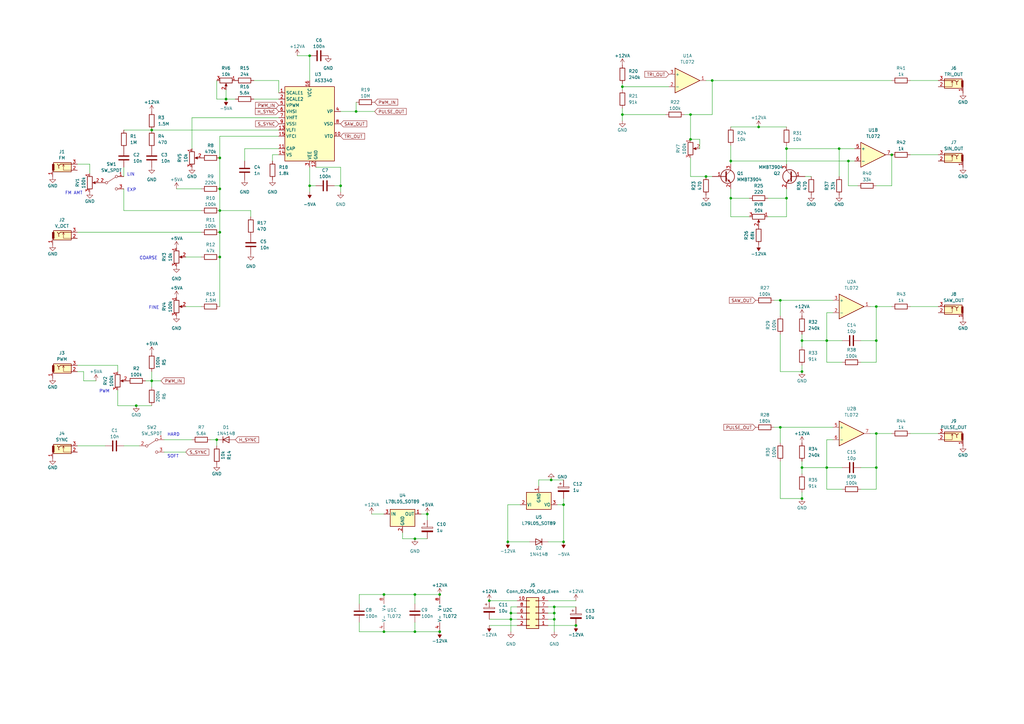
<source format=kicad_sch>
(kicad_sch (version 20211123) (generator eeschema)
  (paper "A3")
  (junction (at 283.21 57.15))
  (junction (at 180.34 259.08))
  (junction (at 328.93 139.7))
  (junction (at 200.66 246.38))
  (junction (at 299.72 81.28))
  (junction (at 365.76 63.5))
  (junction (at 227.33 251.46))
  (junction (at 55.88 166.37))
  (junction (at 92.71 40.64))
  (junction (at 170.18 259.08))
  (junction (at 311.15 52.07))
  (junction (at 328.93 152.4))
  (junction (at 289.56 72.39))
  (junction (at 339.09 139.7))
  (junction (at 157.48 259.08))
  (junction (at 236.22 256.54))
  (junction (at 255.27 35.56))
  (junction (at 90.17 95.25))
  (junction (at 339.09 191.77))
  (junction (at 170.18 220.98))
  (junction (at 88.9 180.34))
  (junction (at 180.34 243.84))
  (junction (at 227.33 248.92))
  (junction (at 157.48 243.84))
  (junction (at 90.17 64.77))
  (junction (at 139.7 76.2))
  (junction (at 320.04 123.19))
  (junction (at 227.33 254))
  (junction (at 127 22.86))
  (junction (at 208.28 222.25))
  (junction (at 359.41 191.77))
  (junction (at 146.05 45.72))
  (junction (at 175.26 210.82))
  (junction (at 209.55 254))
  (junction (at 344.17 60.96))
  (junction (at 62.23 53.34))
  (junction (at 170.18 243.84))
  (junction (at 292.1 33.02))
  (junction (at 127 76.2))
  (junction (at 62.23 156.21))
  (junction (at 359.41 125.73))
  (junction (at 231.14 222.25))
  (junction (at 328.93 191.77))
  (junction (at 231.14 207.01))
  (junction (at 328.93 204.47))
  (junction (at 322.58 60.96))
  (junction (at 322.58 81.28))
  (junction (at 299.72 66.04))
  (junction (at 359.41 177.8))
  (junction (at 90.17 77.47))
  (junction (at 90.17 86.36))
  (junction (at 226.06 196.85))
  (junction (at 255.27 46.99))
  (junction (at 359.41 139.7))
  (junction (at 209.55 251.46))
  (junction (at 90.17 105.41))
  (junction (at 283.21 46.99))
  (junction (at 320.04 175.26))
  (junction (at 347.98 66.04))
  (wire (pts (xy 127 76.2) (xy 127 78.74)))
  (wire (pts (xy 76.2 105.41) (xy 82.55 105.41)))
  (wire (pts (xy 39.37 156.21) (xy 34.29 156.21)))
  (wire (pts (xy 224.79 246.38) (xy 236.22 246.38)))
  (wire (pts (xy 175.26 210.82) (xy 175.26 213.36)))
  (wire (pts (xy 339.09 191.77) (xy 339.09 180.34)))
  (wire (pts (xy 359.41 200.66) (xy 359.41 191.77)))
  (wire (pts (xy 31.75 67.31) (xy 36.83 67.31)))
  (wire (pts (xy 356.87 125.73) (xy 359.41 125.73)))
  (wire (pts (xy 353.06 139.7) (xy 359.41 139.7)))
  (wire (pts (xy 299.72 59.69) (xy 299.72 66.04)))
  (wire (pts (xy 320.04 175.26) (xy 320.04 181.61)))
  (wire (pts (xy 311.15 52.07) (xy 322.58 52.07)))
  (wire (pts (xy 62.23 156.21) (xy 66.04 156.21)))
  (wire (pts (xy 339.09 139.7) (xy 339.09 148.59)))
  (wire (pts (xy 317.5 175.26) (xy 320.04 175.26)))
  (wire (pts (xy 31.75 152.4) (xy 34.29 152.4)))
  (wire (pts (xy 347.98 76.2) (xy 351.79 76.2)))
  (wire (pts (xy 147.32 243.84) (xy 147.32 247.65)))
  (wire (pts (xy 339.09 200.66) (xy 345.44 200.66)))
  (wire (pts (xy 146.05 41.91) (xy 146.05 45.72)))
  (wire (pts (xy 255.27 35.56) (xy 274.32 35.56)))
  (wire (pts (xy 92.71 40.64) (xy 96.52 40.64)))
  (wire (pts (xy 129.54 68.58) (xy 139.7 68.58)))
  (wire (pts (xy 127 22.86) (xy 127 33.02)))
  (wire (pts (xy 314.96 88.9) (xy 322.58 88.9)))
  (wire (pts (xy 172.72 210.82) (xy 175.26 210.82)))
  (wire (pts (xy 347.98 66.04) (xy 350.52 66.04)))
  (wire (pts (xy 157.48 259.08) (xy 170.18 259.08)))
  (wire (pts (xy 289.56 33.02) (xy 292.1 33.02)))
  (wire (pts (xy 170.18 220.98) (xy 175.26 220.98)))
  (wire (pts (xy 90.17 77.47) (xy 90.17 86.36)))
  (wire (pts (xy 255.27 44.45) (xy 255.27 46.99)))
  (wire (pts (xy 283.21 72.39) (xy 289.56 72.39)))
  (wire (pts (xy 139.7 68.58) (xy 139.7 76.2)))
  (wire (pts (xy 55.88 166.37) (xy 62.23 166.37)))
  (wire (pts (xy 328.93 139.7) (xy 328.93 142.24)))
  (wire (pts (xy 339.09 139.7) (xy 345.44 139.7)))
  (wire (pts (xy 280.67 46.99) (xy 283.21 46.99)))
  (wire (pts (xy 88.9 180.34) (xy 88.9 182.88)))
  (wire (pts (xy 36.83 67.31) (xy 36.83 71.12)))
  (wire (pts (xy 328.93 191.77) (xy 328.93 194.31)))
  (wire (pts (xy 320.04 175.26) (xy 341.63 175.26)))
  (wire (pts (xy 227.33 248.92) (xy 236.22 248.92)))
  (wire (pts (xy 90.17 55.88) (xy 114.3 55.88)))
  (wire (pts (xy 147.32 259.08) (xy 157.48 259.08)))
  (wire (pts (xy 157.48 243.84) (xy 170.18 243.84)))
  (wire (pts (xy 127 76.2) (xy 129.54 76.2)))
  (wire (pts (xy 67.31 185.42) (xy 76.2 185.42)))
  (wire (pts (xy 292.1 33.02) (xy 292.1 46.99)))
  (wire (pts (xy 320.04 152.4) (xy 328.93 152.4)))
  (wire (pts (xy 31.75 149.86) (xy 48.26 149.86)))
  (wire (pts (xy 231.14 222.25) (xy 231.14 207.01)))
  (wire (pts (xy 200.66 246.38) (xy 212.09 246.38)))
  (wire (pts (xy 322.58 59.69) (xy 322.58 60.96)))
  (wire (pts (xy 170.18 243.84) (xy 180.34 243.84)))
  (wire (pts (xy 226.06 196.85) (xy 231.14 196.85)))
  (wire (pts (xy 50.8 68.58) (xy 50.8 72.39)))
  (wire (pts (xy 359.41 191.77) (xy 359.41 177.8)))
  (wire (pts (xy 165.1 218.44) (xy 165.1 220.98)))
  (wire (pts (xy 200.66 256.54) (xy 212.09 256.54)))
  (wire (pts (xy 88.9 33.02) (xy 88.9 40.64)))
  (wire (pts (xy 90.17 64.77) (xy 90.17 77.47)))
  (wire (pts (xy 359.41 76.2) (xy 365.76 76.2)))
  (wire (pts (xy 299.72 81.28) (xy 307.34 81.28)))
  (wire (pts (xy 147.32 255.27) (xy 147.32 259.08)))
  (wire (pts (xy 328.93 189.23) (xy 328.93 191.77)))
  (wire (pts (xy 50.8 53.34) (xy 62.23 53.34)))
  (wire (pts (xy 227.33 251.46) (xy 227.33 254)))
  (wire (pts (xy 255.27 46.99) (xy 273.05 46.99)))
  (wire (pts (xy 224.79 254) (xy 227.33 254)))
  (wire (pts (xy 328.93 139.7) (xy 339.09 139.7)))
  (wire (pts (xy 170.18 259.08) (xy 180.34 259.08)))
  (wire (pts (xy 255.27 46.99) (xy 255.27 49.53)))
  (wire (pts (xy 209.55 254) (xy 212.09 254)))
  (wire (pts (xy 322.58 60.96) (xy 322.58 67.31)))
  (wire (pts (xy 31.75 95.25) (xy 82.55 95.25)))
  (wire (pts (xy 339.09 128.27) (xy 341.63 128.27)))
  (wire (pts (xy 34.29 152.4) (xy 34.29 156.21)))
  (wire (pts (xy 353.06 148.59) (xy 359.41 148.59)))
  (wire (pts (xy 114.3 60.96) (xy 100.33 60.96)))
  (wire (pts (xy 220.98 196.85) (xy 226.06 196.85)))
  (wire (pts (xy 299.72 52.07) (xy 311.15 52.07)))
  (wire (pts (xy 88.9 40.64) (xy 92.71 40.64)))
  (wire (pts (xy 339.09 191.77) (xy 345.44 191.77)))
  (wire (pts (xy 208.28 222.25) (xy 208.28 207.01)))
  (wire (pts (xy 50.8 77.47) (xy 50.8 86.36)))
  (wire (pts (xy 373.38 177.8) (xy 384.81 177.8)))
  (wire (pts (xy 356.87 177.8) (xy 359.41 177.8)))
  (wire (pts (xy 373.38 63.5) (xy 384.81 63.5)))
  (wire (pts (xy 322.58 88.9) (xy 322.58 81.28)))
  (wire (pts (xy 289.56 72.39) (xy 292.1 72.39)))
  (wire (pts (xy 317.5 123.19) (xy 320.04 123.19)))
  (wire (pts (xy 299.72 77.47) (xy 299.72 81.28)))
  (wire (pts (xy 283.21 46.99) (xy 283.21 57.15)))
  (wire (pts (xy 209.55 251.46) (xy 212.09 251.46)))
  (wire (pts (xy 339.09 139.7) (xy 339.09 128.27)))
  (wire (pts (xy 114.3 38.1) (xy 114.3 33.02)))
  (wire (pts (xy 320.04 123.19) (xy 341.63 123.19)))
  (wire (pts (xy 320.04 189.23) (xy 320.04 204.47)))
  (wire (pts (xy 353.06 191.77) (xy 359.41 191.77)))
  (wire (pts (xy 328.93 201.93) (xy 328.93 204.47)))
  (wire (pts (xy 314.96 81.28) (xy 322.58 81.28)))
  (wire (pts (xy 322.58 81.28) (xy 322.58 77.47)))
  (wire (pts (xy 157.48 243.84) (xy 147.32 243.84)))
  (wire (pts (xy 139.7 45.72) (xy 146.05 45.72)))
  (wire (pts (xy 287.02 60.96) (xy 287.02 57.15)))
  (wire (pts (xy 287.02 57.15) (xy 283.21 57.15)))
  (wire (pts (xy 48.26 166.37) (xy 55.88 166.37)))
  (wire (pts (xy 67.31 180.34) (xy 78.74 180.34)))
  (wire (pts (xy 92.71 36.83) (xy 92.71 40.64)))
  (wire (pts (xy 344.17 60.96) (xy 344.17 72.39)))
  (wire (pts (xy 78.74 48.26) (xy 78.74 60.96)))
  (wire (pts (xy 220.98 199.39) (xy 220.98 196.85)))
  (wire (pts (xy 231.14 207.01) (xy 231.14 204.47)))
  (wire (pts (xy 353.06 200.66) (xy 359.41 200.66)))
  (wire (pts (xy 283.21 64.77) (xy 283.21 72.39)))
  (wire (pts (xy 320.04 204.47) (xy 328.93 204.47)))
  (wire (pts (xy 365.76 76.2) (xy 365.76 63.5)))
  (wire (pts (xy 227.33 254) (xy 227.33 259.08)))
  (wire (pts (xy 209.55 248.92) (xy 209.55 251.46)))
  (wire (pts (xy 114.3 33.02) (xy 104.14 33.02)))
  (wire (pts (xy 146.05 45.72) (xy 153.67 45.72)))
  (wire (pts (xy 209.55 251.46) (xy 209.55 254)))
  (wire (pts (xy 359.41 125.73) (xy 365.76 125.73)))
  (wire (pts (xy 373.38 125.73) (xy 384.81 125.73)))
  (wire (pts (xy 224.79 222.25) (xy 231.14 222.25)))
  (wire (pts (xy 359.41 139.7) (xy 359.41 125.73)))
  (wire (pts (xy 328.93 137.16) (xy 328.93 139.7)))
  (wire (pts (xy 165.1 220.98) (xy 170.18 220.98)))
  (wire (pts (xy 224.79 251.46) (xy 227.33 251.46)))
  (wire (pts (xy 127 68.58) (xy 127 76.2)))
  (wire (pts (xy 255.27 34.29) (xy 255.27 35.56)))
  (wire (pts (xy 299.72 66.04) (xy 299.72 67.31)))
  (wire (pts (xy 78.74 48.26) (xy 114.3 48.26)))
  (wire (pts (xy 209.55 254) (xy 209.55 259.08)))
  (wire (pts (xy 50.8 86.36) (xy 82.55 86.36)))
  (wire (pts (xy 322.58 60.96) (xy 344.17 60.96)))
  (wire (pts (xy 320.04 123.19) (xy 320.04 129.54)))
  (wire (pts (xy 50.8 182.88) (xy 57.15 182.88)))
  (wire (pts (xy 255.27 35.56) (xy 255.27 36.83)))
  (wire (pts (xy 152.4 210.82) (xy 157.48 210.82)))
  (wire (pts (xy 328.93 191.77) (xy 339.09 191.77)))
  (wire (pts (xy 48.26 160.02) (xy 48.26 166.37)))
  (wire (pts (xy 373.38 33.02) (xy 384.81 33.02)))
  (wire (pts (xy 339.09 191.77) (xy 339.09 200.66)))
  (wire (pts (xy 90.17 86.36) (xy 90.17 95.25)))
  (wire (pts (xy 90.17 55.88) (xy 90.17 64.77)))
  (wire (pts (xy 283.21 46.99) (xy 292.1 46.99)))
  (wire (pts (xy 359.41 177.8) (xy 365.76 177.8)))
  (wire (pts (xy 292.1 33.02) (xy 365.76 33.02)))
  (wire (pts (xy 139.7 76.2) (xy 139.7 78.74)))
  (wire (pts (xy 114.3 53.34) (xy 62.23 53.34)))
  (wire (pts (xy 299.72 88.9) (xy 307.34 88.9)))
  (wire (pts (xy 170.18 243.84) (xy 170.18 247.65)))
  (wire (pts (xy 339.09 180.34) (xy 341.63 180.34)))
  (wire (pts (xy 224.79 248.92) (xy 227.33 248.92)))
  (wire (pts (xy 76.2 125.73) (xy 82.55 125.73)))
  (wire (pts (xy 59.69 156.21) (xy 62.23 156.21)))
  (wire (pts (xy 328.93 149.86) (xy 328.93 152.4)))
  (wire (pts (xy 344.17 60.96) (xy 350.52 60.96)))
  (wire (pts (xy 137.16 76.2) (xy 139.7 76.2)))
  (wire (pts (xy 72.39 77.47) (xy 82.55 77.47)))
  (wire (pts (xy 31.75 182.88) (xy 43.18 182.88)))
  (wire (pts (xy 48.26 149.86) (xy 48.26 152.4)))
  (wire (pts (xy 62.23 156.21) (xy 62.23 158.75)))
  (wire (pts (xy 86.36 180.34) (xy 88.9 180.34)))
  (wire (pts (xy 170.18 255.27) (xy 170.18 259.08)))
  (wire (pts (xy 330.2 72.39) (xy 332.74 72.39)))
  (wire (pts (xy 224.79 256.54) (xy 236.22 256.54)))
  (wire (pts (xy 200.66 254) (xy 209.55 254)))
  (wire (pts (xy 227.33 248.92) (xy 227.33 251.46)))
  (wire (pts (xy 217.17 222.25) (xy 208.28 222.25)))
  (wire (pts (xy 100.33 60.96) (xy 100.33 66.04)))
  (wire (pts (xy 102.87 88.9) (xy 102.87 86.36)))
  (wire (pts (xy 320.04 137.16) (xy 320.04 152.4)))
  (wire (pts (xy 114.3 63.5) (xy 111.76 63.5)))
  (wire (pts (xy 228.6 207.01) (xy 231.14 207.01)))
  (wire (pts (xy 90.17 95.25) (xy 90.17 105.41)))
  (wire (pts (xy 299.72 66.04) (xy 347.98 66.04)))
  (wire (pts (xy 359.41 148.59) (xy 359.41 139.7)))
  (wire (pts (xy 102.87 86.36) (xy 90.17 86.36)))
  (wire (pts (xy 299.72 81.28) (xy 299.72 88.9)))
  (wire (pts (xy 90.17 105.41) (xy 90.17 125.73)))
  (wire (pts (xy 347.98 66.04) (xy 347.98 76.2)))
  (wire (pts (xy 208.28 207.01) (xy 213.36 207.01)))
  (wire (pts (xy 121.92 22.86) (xy 127 22.86)))
  (wire (pts (xy 111.76 63.5) (xy 111.76 66.04)))
  (wire (pts (xy 104.14 40.64) (xy 114.3 40.64)))
  (wire (pts (xy 339.09 148.59) (xy 345.44 148.59)))
  (wire (pts (xy 212.09 248.92) (xy 209.55 248.92)))
  (wire (pts (xy 62.23 152.4) (xy 62.23 156.21)))
  (text "FINE" (at 60.96 127 0) (effects (font (size 1.27 1.27)) (justify left bottom)))
  (text "HARD" (at 68.58 179.07 0) (effects (font (size 1.27 1.27)) (justify left bottom)))
  (text "SOFT" (at 68.58 187.96 0) (effects (font (size 1.27 1.27)) (justify left bottom)))
  (text "PWM" (at 40.64 161.29 0) (effects (font (size 1.27 1.27)) (justify left bottom)))
  (text "COARSE\n" (at 57.15 106.68 0) (effects (font (size 1.27 1.27)) (justify left bottom)))
  (text "LIN\n" (at 52.07 72.39 0) (effects (font (size 1.27 1.27)) (justify left bottom)))
  (text "FM AMT\n" (at 26.67 80.01 0) (effects (font (size 1.27 1.27)) (justify left bottom)))
  (text "EXP" (at 52.07 78.74 0) (effects (font (size 1.27 1.27)) (justify left bottom)))
  (global_label "PWM_IN" (shape input) (at 114.3 43.18 180) (property "Intersheet References" "${INTERSHEET_REFS}" (effects hide)))
  (global_label "S_SYNC" (shape input) (at 76.2 185.42 0) (property "Intersheet References" "${INTERSHEET_REFS}" (effects hide)))
  (global_label "PWM_IN" (shape input) (at 66.04 156.21 0) (property "Intersheet References" "${INTERSHEET_REFS}" (effects hide)))
  (global_label "H_SYNC" (shape input) (at 114.3 45.72 180) (property "Intersheet References" "${INTERSHEET_REFS}" (effects hide)))
  (global_label "TRI_OUT" (shape input) (at 274.32 30.48 180) (property "Intersheet References" "${INTERSHEET_REFS}" (effects hide)))
  (global_label "H_SYNC" (shape input) (at 96.52 180.34 0) (property "Intersheet References" "${INTERSHEET_REFS}" (effects hide)))
  (global_label "TRI_OUT" (shape input) (at 139.7 55.88 0) (property "Intersheet References" "${INTERSHEET_REFS}" (effects hide)))
  (global_label "SAW_OUT" (shape input) (at 309.88 123.19 180) (property "Intersheet References" "${INTERSHEET_REFS}" (effects hide)))
  (global_label "PULSE_OUT" (shape input) (at 309.88 175.26 180) (property "Intersheet References" "${INTERSHEET_REFS}" (effects hide)))
  (global_label "SAW_OUT" (shape input) (at 139.7 50.8 0) (property "Intersheet References" "${INTERSHEET_REFS}" (effects hide)))
  (global_label "PWM_IN" (shape input) (at 153.67 41.91 0) (property "Intersheet References" "${INTERSHEET_REFS}" (effects hide)))
  (global_label "S_SYNC" (shape input) (at 114.3 50.8 180) (property "Intersheet References" "${INTERSHEET_REFS}" (effects hide)))
  (global_label "PULSE_OUT" (shape input) (at 153.67 45.72 0) (property "Intersheet References" "${INTERSHEET_REFS}" (effects hide)))
  (symbol (lib_id "Device:R_Potentiometer") (at 78.74 64.77 0) (unit 1)
    (property "Reference" "RV5" (at 73.66 64.77 90))
    (property "Value" "10k" (at 76.2 64.77 90))
    (property "Footprint" "Potentiometer_THT:Potentiometer_Bourns_3296W_Vertical" (effects hide))
  )
  (symbol (lib_id "Device:R") (at 369.57 125.73 90) (unit 1)
    (property "Reference" "R43" (at 369.57 120.65 90))
    (property "Value" "1k" (at 369.57 123.19 90))
    (property "Footprint" "Resistor_SMD:R_0603_1608Metric" (effects hide))
    (property "LCSC" "C21190" (effects hide))
  )
  (symbol (lib_id "William:J_MonoS") (at 389.89 180.34 0) (mirror y) (unit 1)
    (property "Reference" "J9" (at 391.16 172.72 0))
    (property "Value" "PULSE_OUT" (at 391.16 175.26 0))
    (property "Footprint" "William:thonkiconn" (effects hide))
  )
  (symbol (lib_id "Device:C") (at 349.25 139.7 90) (unit 1)
    (property "Reference" "C14" (at 349.25 133.35 90))
    (property "Value" "10p" (at 349.25 135.89 90))
    (property "Footprint" "Capacitor_SMD:C_0603_1608Metric" (effects hide))
    (property "LCSC" "C1634" (effects hide))
  )
  (symbol (lib_id "Switch:SW_SPDT") (at 62.23 182.88 0) (unit 1)
    (property "Reference" "SW2" (at 62.23 175.26 0))
    (property "Value" "SW_SPDT" (at 62.23 177.8 0))
    (property "Footprint" "William:sw_dailywell_2M_M2" (effects hide))
  )
  (symbol (lib_id "Device:R_Potentiometer") (at 72.39 125.73 0) (unit 1)
    (property "Reference" "RV4" (at 67.31 125.73 90))
    (property "Value" "100k" (at 69.85 125.73 90))
    (property "Footprint" "William:alpha_rd901f" (effects hide))
  )
  (symbol (lib_id "power:-5VA") (at 231.14 222.25 180) (unit 1)
    (property "Reference" "#PWR037" (effects hide))
    (property "Value" "-5VA" (at 231.14 227.33 0))
  )
  (symbol (lib_id "power:GND") (at 72.39 129.54 0) (unit 1)
    (property "Reference" "#PWR015" (effects hide))
    (property "Value" "GND" (at 72.39 134.62 0))
  )
  (symbol (lib_id "Device:R") (at 100.33 40.64 90) (unit 1)
    (property "Reference" "R16" (at 100.33 35.56 90))
    (property "Value" "5.6k" (at 100.33 38.1 90))
    (property "Footprint" "Resistor_SMD:R_0603_1608Metric" (effects hide))
    (property "LCSC" "C23189" (effects hide))
  )
  (symbol (lib_id "Device:D") (at 92.71 180.34 0) (unit 1)
    (property "Reference" "D1" (at 92.71 175.26 0))
    (property "Value" "1N4148" (at 92.71 177.8 0))
    (property "Footprint" "Diode_SMD:D_SOD-123" (effects hide))
    (property "LCSC" "C2128" (effects hide))
  )
  (symbol (lib_id "Device:R") (at 111.76 69.85 0) (unit 1)
    (property "Reference" "R18" (at 114.3 68.5799 0) (effects (justify left)))
    (property "Value" "1.8k" (at 114.3 71.1199 0) (effects (justify left)))
    (property "Footprint" "Resistor_SMD:R_0603_1608Metric" (effects hide))
    (property "LCSC" "C4177" (effects hide))
  )
  (symbol (lib_id "Amplifier_Operational:TL072") (at 281.94 33.02 0) (unit 1)
    (property "Reference" "U1" (at 281.94 22.86 0))
    (property "Value" "TL072" (at 281.94 25.4 0))
    (property "Footprint" "Package_SO:SOIC-8_3.9x4.9mm_P1.27mm" (effects hide))
    (property "Datasheet" "http://www.ti.com/lit/ds/symlink/tl071.pdf" (effects hide))
    (property "LCSC" "C6961" (effects hide))
  )
  (symbol (lib_id "Device:R") (at 255.27 40.64 0) (unit 1)
    (property "Reference" "R21" (at 257.81 39.3699 0) (effects (justify left)))
    (property "Value" "91k" (at 257.81 41.9099 0) (effects (justify left)))
    (property "Footprint" "Resistor_SMD:R_0603_1608Metric" (effects hide))
    (property "LCSC" "C23265" (effects hide))
  )
  (symbol (lib_id "Device:R") (at 369.57 33.02 90) (unit 1)
    (property "Reference" "R41" (at 369.57 27.94 90))
    (property "Value" "1k" (at 369.57 30.48 90))
    (property "Footprint" "Resistor_SMD:R_0603_1608Metric" (effects hide))
    (property "LCSC" "C21190" (effects hide))
  )
  (symbol (lib_id "power:+12VA") (at 121.92 22.86 0) (unit 1)
    (property "Reference" "#PWR022" (effects hide))
    (property "Value" "+12VA" (at 121.92 19.05 0))
  )
  (symbol (lib_id "power:+5VA") (at 39.37 156.21 0) (unit 1)
    (property "Reference" "#PWR05" (effects hide))
    (property "Value" "+5VA" (at 39.37 152.4 0))
  )
  (symbol (lib_id "Audio:AS3340") (at 127 50.8 0) (unit 1)
    (property "Reference" "U3" (at 129.0194 30.48 0) (effects (justify left)))
    (property "Value" "AS3340" (at 129.0194 33.02 0) (effects (justify left)))
    (property "Footprint" "Package_SO:SO-16_3.9x9.9mm_P1.27mm" (effects hide))
    (property "Datasheet" "http://www.alfarzpp.lv/eng/sc/AS3340.pdf" (effects hide))
  )
  (symbol (lib_id "Device:R") (at 311.15 81.28 90) (unit 1)
    (property "Reference" "R25" (at 311.15 76.2 90))
    (property "Value" "220" (at 311.15 78.74 90))
    (property "Footprint" "Resistor_SMD:R_0603_1608Metric" (effects hide))
    (property "LCSC" "C22962" (effects hide))
  )
  (symbol (lib_id "power:-5VA") (at 92.71 40.64 180) (unit 1)
    (property "Reference" "#PWR018" (effects hide))
    (property "Value" "-5VA" (at 92.71 44.45 0))
  )
  (symbol (lib_id "William:J_MonoS") (at 26.67 69.85 0) (unit 1)
    (property "Reference" "J1" (at 25.4 62.23 0))
    (property "Value" "FM" (at 25.4 64.77 0))
    (property "Footprint" "William:thonkiconn" (effects hide))
  )
  (symbol (lib_id "Device:C") (at 147.32 251.46 0) (unit 1)
    (property "Reference" "C8" (at 149.86 250.19 0) (effects (justify left)))
    (property "Value" "100n" (at 149.86 252.73 0) (effects (justify left)))
    (property "Footprint" "Capacitor_SMD:C_0603_1608Metric" (effects hide))
    (property "LCSC" "C14663" (effects hide))
  )
  (symbol (lib_id "Device:R") (at 86.36 77.47 90) (unit 1)
    (property "Reference" "R9" (at 86.36 72.39 90))
    (property "Value" "220k" (at 86.36 74.93 90))
    (property "Footprint" "Resistor_SMD:R_0603_1608Metric" (effects hide))
    (property "LCSC" "C22961" (effects hide))
  )
  (symbol (lib_id "power:GND") (at 21.59 100.33 0) (unit 1)
    (property "Reference" "#PWR03" (effects hide))
    (property "Value" "GND" (at 21.59 104.14 0))
  )
  (symbol (lib_id "Device:R") (at 82.55 180.34 90) (unit 1)
    (property "Reference" "R7" (at 82.55 175.26 90))
    (property "Value" "5.6k" (at 82.55 177.8 90))
    (property "Footprint" "Resistor_SMD:R_0603_1608Metric" (effects hide))
    (property "LCSC" "C23189" (effects hide))
  )
  (symbol (lib_id "Device:R") (at 255.27 30.48 0) (unit 1)
    (property "Reference" "R20" (at 257.81 29.2099 0) (effects (justify left)))
    (property "Value" "240k" (at 257.81 31.7499 0) (effects (justify left)))
    (property "Footprint" "Resistor_SMD:R_0603_1608Metric" (effects hide))
    (property "LCSC" "C4197" (effects hide))
  )
  (symbol (lib_id "Device:R") (at 149.86 41.91 90) (unit 1)
    (property "Reference" "R19" (at 149.86 36.83 90))
    (property "Value" "10M" (at 149.86 39.37 90))
    (property "Footprint" "Resistor_SMD:R_0603_1608Metric" (effects hide))
    (property "LCSC" "C7250" (effects hide))
  )
  (symbol (lib_id "Device:R") (at 86.36 95.25 90) (unit 1)
    (property "Reference" "R11" (at 86.36 90.17 90))
    (property "Value" "100k" (at 86.36 92.71 90))
    (property "Footprint" "Resistor_SMD:R_0603_1608Metric" (effects hide))
    (property "LCSC" "C25803" (effects hide))
  )
  (symbol (lib_id "Device:R") (at 328.93 185.42 0) (unit 1)
    (property "Reference" "R34" (at 331.47 184.1499 0) (effects (justify left)))
    (property "Value" "240k" (at 331.47 186.6899 0) (effects (justify left)))
    (property "Footprint" "Resistor_SMD:R_0603_1608Metric" (effects hide))
    (property "LCSC" "C4197" (effects hide))
  )
  (symbol (lib_id "Device:R") (at 311.15 96.52 180) (unit 1)
    (property "Reference" "R26" (at 306.07 96.52 90))
    (property "Value" "68k" (at 308.61 96.52 90))
    (property "Footprint" "Resistor_SMD:R_0603_1608Metric" (effects hide))
    (property "LCSC" "C23231" (effects hide))
  )
  (symbol (lib_id "power:GND") (at 328.93 152.4 0) (unit 1)
    (property "Reference" "#PWR046" (effects hide))
    (property "Value" "GND" (at 328.93 156.21 0))
  )
  (symbol (lib_id "Device:R") (at 328.93 133.35 0) (unit 1)
    (property "Reference" "R32" (at 331.47 132.0799 0) (effects (justify left)))
    (property "Value" "240k" (at 331.47 134.6199 0) (effects (justify left)))
    (property "Footprint" "Resistor_SMD:R_0603_1608Metric" (effects hide))
    (property "LCSC" "C4197" (effects hide))
  )
  (symbol (lib_id "Device:C_Polarized") (at 200.66 250.19 0) (unit 1)
    (property "Reference" "C11" (at 204.47 248.0309 0) (effects (justify left)))
    (property "Value" "10u" (at 204.47 250.5709 0) (effects (justify left)))
    (property "Footprint" "Capacitor_THT:CP_Radial_D6.3mm_P2.50mm" (effects hide))
  )
  (symbol (lib_id "Device:C") (at 349.25 191.77 90) (unit 1)
    (property "Reference" "C15" (at 349.25 185.42 90))
    (property "Value" "10p" (at 349.25 187.96 90))
    (property "Footprint" "Capacitor_SMD:C_0603_1608Metric" (effects hide))
    (property "LCSC" "C1634" (effects hide))
  )
  (symbol (lib_id "power:GND") (at 209.55 259.08 0) (unit 1)
    (property "Reference" "#PWR034" (effects hide))
    (property "Value" "GND" (at 209.55 264.16 0))
  )
  (symbol (lib_id "power:GND") (at 226.06 196.85 180) (unit 1)
    (property "Reference" "#PWR035" (effects hide))
    (property "Value" "GND" (at 228.6 195.5799 0) (effects (justify right)))
  )
  (symbol (lib_id "Device:R") (at 62.23 57.15 0) (unit 1)
    (property "Reference" "R4" (at 64.77 55.8799 0) (effects (justify left)))
    (property "Value" "470" (at 64.77 58.4199 0) (effects (justify left)))
    (property "Footprint" "Resistor_SMD:R_0603_1608Metric" (effects hide))
    (property "LCSC" "C23179" (effects hide))
  )
  (symbol (lib_id "power:GND") (at 394.97 68.58 0) (unit 1)
    (property "Reference" "#PWR052" (effects hide))
    (property "Value" "GND" (at 394.97 72.39 0))
  )
  (symbol (lib_id "Amplifier_Operational:TL072") (at 358.14 63.5 0) (unit 2)
    (property "Reference" "U1" (at 358.14 53.34 0))
    (property "Value" "TL072" (at 358.14 55.88 0))
    (property "Footprint" "Package_SO:SOIC-8_3.9x4.9mm_P1.27mm" (effects hide))
    (property "Datasheet" "http://www.ti.com/lit/ds/symlink/tl071.pdf" (effects hide))
    (property "LCSC" "C6961" (effects hide))
  )
  (symbol (lib_id "Device:D") (at 220.98 222.25 180) (unit 1)
    (property "Reference" "D2" (at 220.98 224.79 0))
    (property "Value" "1N4148" (at 220.98 227.33 0))
    (property "Footprint" "Diode_SMD:D_SOD-123" (effects hide))
    (property "LCSC" "C2128" (effects hide))
  )
  (symbol (lib_id "Device:R_Potentiometer") (at 48.26 156.21 0) (unit 1)
    (property "Reference" "RV2" (at 43.18 156.21 90))
    (property "Value" "100k" (at 45.72 156.21 90))
    (property "Footprint" "William:alpha_rd901f" (effects hide))
  )
  (symbol (lib_id "power:GND") (at 55.88 166.37 0) (unit 1)
    (property "Reference" "#PWR07" (effects hide))
    (property "Value" "GND" (at 55.88 170.18 0))
  )
  (symbol (lib_id "Device:R") (at 86.36 64.77 90) (unit 1)
    (property "Reference" "R8" (at 86.36 59.69 90))
    (property "Value" "470k" (at 86.36 62.23 90))
    (property "Footprint" "Resistor_SMD:R_0603_1608Metric" (effects hide))
    (property "LCSC" "C23178" (effects hide))
  )
  (symbol (lib_id "Switch:SW_SPDT") (at 45.72 74.93 0) (unit 1)
    (property "Reference" "SW1" (at 45.72 67.31 0))
    (property "Value" "SW_SPDT" (at 45.72 69.85 0))
    (property "Footprint" "William:sw_dailywell_2M_M2" (effects hide))
  )
  (symbol (lib_id "Device:C_Polarized") (at 231.14 200.66 0) (unit 1)
    (property "Reference" "C12" (at 234.95 198.5009 0) (effects (justify left)))
    (property "Value" "1u" (at 234.95 201.0409 0) (effects (justify left)))
    (property "Footprint" "Capacitor_SMD:C_0603_1608Metric" (effects hide))
    (property "LCSC" "C15849" (effects hide))
  )
  (symbol (lib_id "William:J_MonoS") (at 389.89 128.27 0) (mirror y) (unit 1)
    (property "Reference" "J8" (at 391.16 120.65 0))
    (property "Value" "SAW_OUT" (at 391.16 123.19 0))
    (property "Footprint" "William:thonkiconn" (effects hide))
  )
  (symbol (lib_id "power:GND") (at 139.7 78.74 0) (unit 1)
    (property "Reference" "#PWR025" (effects hide))
    (property "Value" "GND" (at 139.7 83.82 0))
  )
  (symbol (lib_id "Amplifier_Operational:TL072") (at 182.88 251.46 0) (unit 3)
    (property "Reference" "U2" (at 181.61 250.1899 0) (effects (justify left)))
    (property "Value" "TL072" (at 181.61 252.7299 0) (effects (justify left)))
    (property "Footprint" "Package_SO:SOIC-8_3.9x4.9mm_P1.27mm" (effects hide))
    (property "Datasheet" "http://www.ti.com/lit/ds/symlink/tl071.pdf" (effects hide))
    (property "LCSC" "C6961" (effects hide))
  )
  (symbol (lib_id "Device:R_Potentiometer") (at 311.15 88.9 270) (unit 1)
    (property "Reference" "RV8" (at 311.15 83.82 90))
    (property "Value" "50k" (at 311.15 86.36 90))
    (property "Footprint" "Potentiometer_THT:Potentiometer_Bourns_3296W_Vertical" (effects hide))
  )
  (symbol (lib_id "power:GND") (at 394.97 38.1 0) (unit 1)
    (property "Reference" "#PWR051" (effects hide))
    (property "Value" "GND" (at 394.97 41.91 0))
  )
  (symbol (lib_id "Device:R") (at 276.86 46.99 90) (unit 1)
    (property "Reference" "R22" (at 276.86 41.91 90))
    (property "Value" "100k" (at 276.86 44.45 90))
    (property "Footprint" "Resistor_SMD:R_0603_1608Metric" (effects hide))
    (property "LCSC" "C25803" (effects hide))
  )
  (symbol (lib_id "Device:R") (at 320.04 185.42 180) (unit 1)
    (property "Reference" "R30" (at 314.96 185.42 90))
    (property "Value" "100k" (at 317.5 185.42 90))
    (property "Footprint" "Resistor_SMD:R_0603_1608Metric" (effects hide))
    (property "LCSC" "C25803" (effects hide))
  )
  (symbol (lib_id "power:-12VA") (at 208.28 222.25 180) (unit 1)
    (property "Reference" "#PWR033" (effects hide))
    (property "Value" "-12VA" (at 208.28 226.06 0))
  )
  (symbol (lib_id "power:GND") (at 394.97 182.88 0) (unit 1)
    (property "Reference" "#PWR054" (effects hide))
    (property "Value" "GND" (at 394.97 186.69 0))
  )
  (symbol (lib_id "power:+5VA") (at 72.39 101.6 0) (unit 1)
    (property "Reference" "#PWR012" (effects hide))
    (property "Value" "+5VA" (at 72.39 97.79 0))
  )
  (symbol (lib_id "Device:R") (at 328.93 198.12 0) (unit 1)
    (property "Reference" "R35" (at 331.47 196.8499 0) (effects (justify left)))
    (property "Value" "91k" (at 331.47 199.3899 0) (effects (justify left)))
    (property "Footprint" "Resistor_SMD:R_0603_1608Metric" (effects hide))
    (property "LCSC" "C23265" (effects hide))
  )
  (symbol (lib_id "Device:R") (at 62.23 162.56 0) (unit 1)
    (property "Reference" "R6" (at 67.31 162.56 90))
    (property "Value" "200k" (at 64.77 162.56 90))
    (property "Footprint" "Resistor_SMD:R_0603_1608Metric" (effects hide))
    (property "LCSC" "C25811" (effects hide))
  )
  (symbol (lib_id "Device:R_Potentiometer") (at 72.39 105.41 0) (unit 1)
    (property "Reference" "RV3" (at 67.31 105.41 90))
    (property "Value" "10k" (at 69.85 105.41 90))
    (property "Footprint" "William:alpha_rd901f" (effects hide))
  )
  (symbol (lib_id "William:J_MonoS") (at 26.67 97.79 0) (unit 1)
    (property "Reference" "J2" (at 25.4 90.17 0))
    (property "Value" "V_OCT" (at 25.4 92.71 0))
    (property "Footprint" "William:thonkiconn" (effects hide))
  )
  (symbol (lib_id "Device:R") (at 299.72 55.88 0) (unit 1)
    (property "Reference" "R24" (at 302.26 54.6099 0) (effects (justify left)))
    (property "Value" "10k" (at 302.26 57.1499 0) (effects (justify left)))
    (property "Footprint" "Resistor_SMD:R_0603_1608Metric" (effects hide))
    (property "LCSC" "C25804" (effects hide))
  )
  (symbol (lib_id "Device:R_Potentiometer") (at 92.71 33.02 270) (unit 1)
    (property "Reference" "RV6" (at 92.71 27.94 90))
    (property "Value" "10k" (at 92.71 30.48 90))
    (property "Footprint" "Potentiometer_THT:Potentiometer_Bourns_3296W_Vertical" (effects hide))
  )
  (symbol (lib_id "power:+12VA") (at 200.66 246.38 0) (unit 1)
    (property "Reference" "#PWR031" (effects hide))
    (property "Value" "+12VA" (at 200.66 242.57 0))
  )
  (symbol (lib_id "Device:C") (at 130.81 22.86 90) (unit 1)
    (property "Reference" "C6" (at 130.81 16.51 90))
    (property "Value" "100n" (at 130.81 19.05 90))
    (property "Footprint" "Capacitor_SMD:C_0603_1608Metric" (effects hide))
    (property "LCSC" "C14663" (effects hide))
  )
  (symbol (lib_id "Regulator_Linear:L78L05_SOT89") (at 165.1 210.82 0) (unit 1)
    (property "Reference" "U4" (at 165.1 203.2 0))
    (property "Value" "L78L05_SOT89" (at 165.1 205.74 0))
    (property "Footprint" "Package_TO_SOT_SMD:SOT-89-3" (effects hide))
    (property "Datasheet" "http://www.st.com/content/ccc/resource/technical/document/datasheet/15/55/e5/aa/23/5b/43/fd/CD00000446.pdf/files/CD00000446.pdf/jcr:content/translations/en.CD00000446.pdf" (effects hide))
    (property "LCSC" "C71136" (effects hide))
  )
  (symbol (lib_id "Device:C") (at 102.87 100.33 0) (unit 1)
    (property "Reference" "C5" (at 106.68 99.0599 0) (effects (justify left)))
    (property "Value" "10n" (at 106.68 101.5999 0) (effects (justify left)))
    (property "Footprint" "Capacitor_SMD:C_0603_1608Metric" (effects hide))
    (property "LCSC" "C57112" (effects hide))
  )
  (symbol (lib_id "Device:R") (at 55.88 156.21 90) (unit 1)
    (property "Reference" "R2" (at 55.88 151.13 90))
    (property "Value" "100k" (at 55.88 153.67 90))
    (property "Footprint" "Resistor_SMD:R_0603_1608Metric" (effects hide))
    (property "LCSC" "C25803" (effects hide))
  )
  (symbol (lib_id "power:+12VA") (at 236.22 246.38 0) (unit 1)
    (property "Reference" "#PWR038" (effects hide))
    (property "Value" "+12VA" (at 236.22 242.57 0))
  )
  (symbol (lib_id "Amplifier_Operational:TL072") (at 349.25 125.73 0) (unit 1)
    (property "Reference" "U2" (at 349.25 115.57 0))
    (property "Value" "TL072" (at 349.25 118.11 0))
    (property "Footprint" "Package_SO:SOIC-8_3.9x4.9mm_P1.27mm" (effects hide))
    (property "Datasheet" "http://www.ti.com/lit/ds/symlink/tl071.pdf" (effects hide))
    (property "LCSC" "C6961" (effects hide))
  )
  (symbol (lib_id "Device:R") (at 62.23 49.53 0) (unit 1)
    (property "Reference" "R3" (at 64.77 48.2599 0) (effects (justify left)))
    (property "Value" "1.5M" (at 64.77 50.7999 0) (effects (justify left)))
    (property "Footprint" "Resistor_SMD:R_0603_1608Metric" (effects hide))
    (property "LCSC" "C4172" (effects hide))
  )
  (symbol (lib_id "Device:C") (at 46.99 182.88 90) (unit 1)
    (property "Reference" "C1" (at 46.99 176.53 90))
    (property "Value" "10n" (at 46.99 179.07 90))
    (property "Footprint" "Capacitor_SMD:C_0603_1608Metric" (effects hide))
    (property "LCSC" "C57112" (effects hide))
  )
  (symbol (lib_id "Device:R") (at 355.6 76.2 90) (unit 1)
    (property "Reference" "R40" (at 355.6 71.12 90))
    (property "Value" "33k" (at 355.6 73.66 90))
    (property "Footprint" "Resistor_SMD:R_0603_1608Metric" (effects hide))
    (property "LCSC" "C4216" (effects hide))
  )
  (symbol (lib_id "Device:R") (at 322.58 55.88 0) (unit 1)
    (property "Reference" "R31" (at 325.12 54.6099 0) (effects (justify left)))
    (property "Value" "10k" (at 325.12 57.1499 0) (effects (justify left)))
    (property "Footprint" "Resistor_SMD:R_0603_1608Metric" (effects hide))
    (property "LCSC" "C25804" (effects hide))
  )
  (symbol (lib_id "Device:R") (at 62.23 148.59 0) (unit 1)
    (property "Reference" "R5" (at 67.31 148.59 90))
    (property "Value" "100k" (at 64.77 148.59 90))
    (property "Footprint" "Resistor_SMD:R_0603_1608Metric" (effects hide))
    (property "LCSC" "C25803" (effects hide))
  )
  (symbol (lib_id "power:GND") (at 227.33 259.08 0) (unit 1)
    (property "Reference" "#PWR036" (effects hide))
    (property "Value" "GND" (at 227.33 264.16 0))
  )
  (symbol (lib_id "William:J_MonoS") (at 389.89 35.56 0) (mirror y) (unit 1)
    (property "Reference" "J6" (at 391.16 27.94 0))
    (property "Value" "TRI_OUT" (at 391.16 30.48 0))
    (property "Footprint" "William:thonkiconn" (effects hide))
  )
  (symbol (lib_id "Transistor_BJT:MMBT3904") (at 325.12 72.39 0) (mirror y) (unit 1)
    (property "Reference" "Q2" (at 320.04 71.12 0) (effects (justify left)))
    (property "Value" "MMBT3904" (at 321.31 68.58 0) (effects (justify left)))
    (property "Footprint" "Package_TO_SOT_SMD:SOT-23" (effects hide))
    (property "Datasheet" "https://www.onsemi.com/pub/Collateral/2N3903-D.PDF" (effects hide))
    (property "LCSC" "C20526" (effects hide))
  )
  (symbol (lib_id "Transistor_BJT:MMBT3904") (at 297.18 72.39 0) (unit 1)
    (property "Reference" "Q1" (at 302.26 71.1199 0) (effects (justify left)))
    (property "Value" "MMBT3904" (at 302.26 73.6599 0) (effects (justify left)))
    (property "Footprint" "Package_TO_SOT_SMD:SOT-23" (effects hide))
    (property "Datasheet" "https://www.onsemi.com/pub/Collateral/2N3903-D.PDF" (effects hide))
    (property "LCSC" "C20526" (effects hide))
  )
  (symbol (lib_id "power:-12VA") (at 200.66 256.54 180) (unit 1)
    (property "Reference" "#PWR032" (effects hide))
    (property "Value" "-12VA" (at 200.66 260.35 0))
  )
  (symbol (lib_id "power:GND") (at 328.93 204.47 0) (unit 1)
    (property "Reference" "#PWR048" (effects hide))
    (property "Value" "GND" (at 328.93 208.28 0))
  )
  (symbol (lib_id "Device:R") (at 313.69 175.26 90) (unit 1)
    (property "Reference" "R28" (at 313.69 170.18 90))
    (property "Value" "180k" (at 313.69 172.72 90))
    (property "Footprint" "Resistor_SMD:R_0603_1608Metric" (effects hide))
    (property "LCSC" "C22827" (effects hide))
  )
  (symbol (lib_id "Device:C_Polarized") (at 236.22 252.73 0) (unit 1)
    (property "Reference" "C13" (at 240.03 250.5709 0) (effects (justify left)))
    (property "Value" "10u" (at 240.03 253.1109 0) (effects (justify left)))
    (property "Footprint" "Capacitor_THT:CP_Radial_D6.3mm_P2.50mm" (effects hide))
  )
  (symbol (lib_id "Device:C") (at 133.35 76.2 90) (unit 1)
    (property "Reference" "C7" (at 133.35 69.85 90))
    (property "Value" "100n" (at 133.35 72.39 90))
    (property "Footprint" "Capacitor_SMD:C_0603_1608Metric" (effects hide))
    (property "LCSC" "C14663" (effects hide))
  )
  (symbol (lib_id "power:+5VA") (at 62.23 144.78 0) (unit 1)
    (property "Reference" "#PWR010" (effects hide))
    (property "Value" "+5VA" (at 62.23 140.97 0))
  )
  (symbol (lib_id "power:+12VA") (at 255.27 26.67 0) (unit 1)
    (property "Reference" "#PWR040" (effects hide))
    (property "Value" "+12VA" (at 255.27 22.86 0))
  )
  (symbol (lib_id "power:+12VA") (at 311.15 52.07 0) (unit 1)
    (property "Reference" "#PWR043" (effects hide))
    (property "Value" "+12VA" (at 311.15 48.26 0))
  )
  (symbol (lib_id "Device:R") (at 328.93 146.05 0) (unit 1)
    (property "Reference" "R33" (at 331.47 144.7799 0) (effects (justify left)))
    (property "Value" "91k" (at 331.47 147.3199 0) (effects (justify left)))
    (property "Footprint" "Resistor_SMD:R_0603_1608Metric" (effects hide))
    (property "LCSC" "C23265" (effects hide))
  )
  (symbol (lib_id "Device:C") (at 100.33 69.85 0) (unit 1)
    (property "Reference" "C4" (at 104.14 68.5799 0) (effects (justify left)))
    (property "Value" "1n" (at 104.14 71.1199 0) (effects (justify left)))
    (property "Footprint" "Capacitor_SMD:C_0603_1608Metric" (effects hide))
    (property "LCSC" "C77026" (effects hide))
  )
  (symbol (lib_id "Device:R") (at 100.33 33.02 90) (unit 1)
    (property "Reference" "R15" (at 100.33 27.94 90))
    (property "Value" "24k" (at 100.33 30.48 90))
    (property "Footprint" "Resistor_SMD:R_0603_1608Metric" (effects hide))
    (property "LCSC" "C23352" (effects hide))
  )
  (symbol (lib_id "Device:R") (at 102.87 92.71 0) (unit 1)
    (property "Reference" "R17" (at 105.41 91.4399 0) (effects (justify left)))
    (property "Value" "470" (at 105.41 93.9799 0) (effects (justify left)))
    (property "Footprint" "Resistor_SMD:R_0603_1608Metric" (effects hide))
    (property "LCSC" "C23179" (effects hide))
  )
  (symbol (lib_id "power:GND") (at 100.33 73.66 0) (unit 1)
    (property "Reference" "#PWR019" (effects hide))
    (property "Value" "GND" (at 100.33 78.74 0))
  )
  (symbol (lib_id "Device:R") (at 369.57 177.8 90) (unit 1)
    (property "Reference" "R44" (at 369.57 172.72 90))
    (property "Value" "1k" (at 369.57 175.26 90))
    (property "Footprint" "Resistor_SMD:R_0603_1608Metric" (effects hide))
    (property "LCSC" "C21190" (effects hide))
  )
  (symbol (lib_id "Device:C") (at 170.18 251.46 0) (unit 1)
    (property "Reference" "C9" (at 172.72 250.19 0) (effects (justify left)))
    (property "Value" "100n" (at 172.72 252.73 0) (effects (justify left)))
    (property "Footprint" "Capacitor_SMD:C_0603_1608Metric" (effects hide))
    (property "LCSC" "C14663" (effects hide))
  )
  (symbol (lib_id "power:GND") (at 332.74 80.01 0) (unit 1)
    (property "Reference" "#PWR049" (effects hide))
    (property "Value" "GND" (at 332.74 83.82 0))
  )
  (symbol (lib_id "Device:R") (at 86.36 105.41 90) (unit 1)
    (property "Reference" "R12" (at 86.36 100.33 90))
    (property "Value" "47k" (at 86.36 102.87 90))
    (property "Footprint" "Resistor_SMD:R_0603_1608Metric" (effects hide))
    (property "LCSC" "C25819" (effects hide))
  )
  (symbol (lib_id "power:GND") (at 255.27 49.53 0) (unit 1)
    (property "Reference" "#PWR041" (effects hide))
    (property "Value" "GND" (at 255.27 53.34 0))
  )
  (symbol (lib_id "power:GND") (at 102.87 104.14 0) (unit 1)
    (property "Reference" "#PWR020" (effects hide))
    (property "Value" "GND" (at 102.87 109.22 0))
  )
  (symbol (lib_id "Device:R") (at 289.56 76.2 180) (unit 1)
    (property "Reference" "R23" (at 284.48 76.2 90))
    (property "Value" "470" (at 287.02 76.2 90))
    (property "Footprint" "Resistor_SMD:R_0603_1608Metric" (effects hide))
    (property "LCSC" "C23179" (effects hide))
  )
  (symbol (lib_id "power:-12VA") (at 236.22 256.54 180) (unit 1)
    (property "Reference" "#PWR039" (effects hide))
    (property "Value" "-12VA" (at 236.22 260.35 0))
  )
  (symbol (lib_id "power:GND") (at 394.97 130.81 0) (unit 1)
    (property "Reference" "#PWR053" (effects hide))
    (property "Value" "GND" (at 394.97 134.62 0))
  )
  (symbol (lib_id "power:GND") (at 36.83 78.74 0) (unit 1)
    (property "Reference" "#PWR01" (effects hide))
    (property "Value" "GND" (at 36.83 82.55 0))
  )
  (symbol (lib_id "power:+12VA") (at 328.93 129.54 0) (unit 1)
    (property "Reference" "#PWR045" (effects hide))
    (property "Value" "+12VA" (at 328.93 125.73 0))
  )
  (symbol (lib_id "Device:R") (at 369.57 63.5 90) (unit 1)
    (property "Reference" "R42" (at 369.57 58.42 90))
    (property "Value" "1k" (at 369.57 60.96 90))
    (property "Footprint" "Resistor_SMD:R_0603_1608Metric" (effects hide))
    (property "LCSC" "C21190" (effects hide))
  )
  (symbol (lib_id "Device:C_Polarized") (at 175.26 217.17 0) (unit 1)
    (property "Reference" "C10" (at 179.07 215.0109 0) (effects (justify left)))
    (property "Value" "1u" (at 179.07 217.5509 0) (effects (justify left)))
    (property "Footprint" "Capacitor_SMD:C_0603_1608Metric" (effects hide))
    (property "LCSC" "C15849" (effects hide))
  )
  (symbol (lib_id "power:+12VA") (at 180.34 243.84 0) (unit 1)
    (property "Reference" "#PWR029" (effects hide))
    (property "Value" "+12VA" (at 180.34 240.03 0))
  )
  (symbol (lib_id "power:+12VA") (at 62.23 45.72 0) (unit 1)
    (property "Reference" "#PWR08" (effects hide))
    (property "Value" "+12VA" (at 62.23 41.91 0))
  )
  (symbol (lib_id "power:GND") (at 78.74 68.58 0) (unit 1)
    (property "Reference" "#PWR016" (effects hide))
    (property "Value" "GND" (at 78.74 72.39 0))
  )
  (symbol (lib_id "Device:C") (at 62.23 64.77 0) (unit 1)
    (property "Reference" "C3" (at 66.04 63.4999 0) (effects (justify left)))
    (property "Value" "10n" (at 66.04 66.0399 0) (effects (justify left)))
    (property "Footprint" "Capacitor_SMD:C_0603_1608Metric" (effects hide))
    (property "LCSC" "C57112" (effects hide))
  )
  (symbol (lib_id "Device:R") (at 50.8 57.15 0) (unit 1)
    (property "Reference" "R1" (at 53.34 55.8799 0) (effects (justify left)))
    (property "Value" "1M" (at 53.34 58.4199 0) (effects (justify left)))
    (property "Footprint" "Resistor_SMD:R_0603_1608Metric" (effects hide))
    (property "LCSC" "C22935" (effects hide))
  )
  (symbol (lib_id "Device:R_Potentiometer") (at 36.83 74.93 0) (unit 1)
    (property "Reference" "RV1" (at 31.75 74.93 90))
    (property "Value" "100k" (at 34.29 74.93 90))
    (property "Footprint" "William:alpha_rd901f" (effects hide))
  )
  (symbol (lib_id "power:GND") (at 21.59 72.39 0) (unit 1)
    (property "Reference" "#PWR02" (effects hide))
    (property "Value" "GND" (at 21.59 76.2 0))
  )
  (symbol (lib_id "power:+5VA") (at 72.39 121.92 0) (unit 1)
    (property "Reference" "#PWR014" (effects hide))
    (property "Value" "+5VA" (at 72.39 118.11 0))
  )
  (symbol (lib_id "Device:R") (at 344.17 76.2 180) (unit 1)
    (property "Reference" "R37" (at 339.09 76.2 90))
    (property "Value" "33k" (at 341.63 76.2 90))
    (property "Footprint" "Resistor_SMD:R_0603_1608Metric" (effects hide))
    (property "LCSC" "C4216" (effects hide))
  )
  (symbol (lib_id "Device:R") (at 349.25 200.66 270) (unit 1)
    (property "Reference" "R39" (at 349.25 195.58 90))
    (property "Value" "100k" (at 349.25 198.12 90))
    (property "Footprint" "Resistor_SMD:R_0603_1608Metric" (effects hide))
    (property "LCSC" "C25803" (effects hide))
  )
  (symbol (lib_id "power:GND") (at 21.59 154.94 0) (unit 1)
    (property "Reference" "#PWR04" (effects hide))
    (property "Value" "GND" (at 21.59 158.75 0))
  )
  (symbol (lib_id "power:+12VA") (at 152.4 210.82 0) (unit 1)
    (property "Reference" "#PWR026" (effects hide))
    (property "Value" "+12VA" (at 152.4 207.01 0))
  )
  (symbol (lib_id "power:+5VA") (at 175.26 210.82 0) (unit 1)
    (property "Reference" "#PWR028" (effects hide))
    (property "Value" "+5VA" (at 175.26 207.01 0))
  )
  (symbol (lib_id "Device:R") (at 313.69 123.19 90) (unit 1)
    (property "Reference" "R27" (at 313.69 118.11 90))
    (property "Value" "100k" (at 313.69 120.65 90))
    (property "Footprint" "Resistor_SMD:R_0603_1608Metric" (effects hide))
    (property "LCSC" "C25803" (effects hide))
  )
  (symbol (lib_id "Device:C") (at 50.8 64.77 0) (unit 1)
    (property "Reference" "C2" (at 54.61 63.4999 0) (effects (justify left)))
    (property "Value" "10n" (at 54.61 66.0399 0) (effects (justify left)))
    (property "Footprint" "Capacitor_SMD:C_0603_1608Metric" (effects hide))
    (property "LCSC" "C57112" (effects hide))
  )
  (symbol (lib_id "Device:R") (at 86.36 125.73 90) (unit 1)
    (property "Reference" "R13" (at 86.36 120.65 90))
    (property "Value" "1.5M" (at 86.36 123.19 90))
    (property "Footprint" "Resistor_SMD:R_0603_1608Metric" (effects hide))
    (property "LCSC" "C4172" (effects hide))
  )
  (symbol (lib_id "Device:R") (at 349.25 148.59 270) (unit 1)
    (property "Reference" "R38" (at 349.25 143.51 90))
    (property "Value" "100k" (at 349.25 146.05 90))
    (property "Footprint" "Resistor_SMD:R_0603_1608Metric" (effects hide))
    (property "LCSC" "C25803" (effects hide))
  )
  (symbol (lib_id "Device:R") (at 320.04 133.35 180) (unit 1)
    (property "Reference" "R29" (at 314.96 133.35 90))
    (property "Value" "100k" (at 317.5 133.35 90))
    (property "Footprint" "Resistor_SMD:R_0603_1608Metric" (effects hide))
    (property "LCSC" "C25803" (effects hide))
  )
  (symbol (lib_id "power:GND") (at 134.62 22.86 0) (unit 1)
    (property "Reference" "#PWR024" (effects hide))
    (property "Value" "GND" (at 134.62 27.94 0))
  )
  (symbol (lib_id "Device:R") (at 86.36 86.36 90) (unit 1)
    (property "Reference" "R10" (at 86.36 81.28 90))
    (property "Value" "100k" (at 86.36 83.82 90))
    (property "Footprint" "Resistor_SMD:R_0603_1608Metric" (effects hide))
    (property "LCSC" "C25803" (effects hide))
  )
  (symbol (lib_id "power:-12VA") (at 180.34 259.08 180) (unit 1)
    (property "Reference" "#PWR030" (effects hide))
    (property "Value" "-12VA" (at 180.34 262.89 0))
  )
  (symbol (lib_id "Device:R") (at 332.74 76.2 180) (unit 1)
    (property "Reference" "R36" (at 327.66 76.2 90))
    (property "Value" "470" (at 330.2 76.2 90))
    (property "Footprint" "Resistor_SMD:R_0603_1608Metric" (effects hide))
    (property "LCSC" "C23179" (effects hide))
  )
  (symbol (lib_id "William:J_MonoS") (at 26.67 152.4 0) (unit 1)
    (property "Reference" "J3" (at 25.4 144.78 0))
    (property "Value" "PWM" (at 25.4 147.32 0))
    (property "Footprint" "William:thonkiconn" (effects hide))
  )
  (symbol (lib_id "power:GND") (at 72.39 109.22 0) (unit 1)
    (property "Reference" "#PWR013" (effects hide))
    (property "Value" "GND" (at 72.39 114.3 0))
  )
  (symbol (lib_id "Amplifier_Operational:TL072") (at 160.02 251.46 0) (unit 3)
    (property "Reference" "U1" (at 158.75 250.1899 0) (effects (justify left)))
    (property "Value" "TL072" (at 158.75 252.7299 0) (effects (justify left)))
    (property "Footprint" "Package_SO:SOIC-8_3.9x4.9mm_P1.27mm" (effects hide))
    (property "Datasheet" "http://www.ti.com/lit/ds/symlink/tl071.pdf" (effects hide))
    (property "LCSC" "C6961" (effects hide))
  )
  (symbol (lib_id "Amplifier_Operational:TL072") (at 349.25 177.8 0) (unit 2)
    (property "Reference" "U2" (at 349.25 167.64 0))
    (property "Value" "TL072" (at 349.25 170.18 0))
    (property "Footprint" "Package_SO:SOIC-8_3.9x4.9mm_P1.27mm" (effects hide))
    (property "Datasheet" "http://www.ti.com/lit/ds/symlink/tl071.pdf" (effects hide))
    (property "LCSC" "C6961" (effects hide))
  )
  (symbol (lib_id "Regulator_Linear:L79L05_SOT89") (at 220.98 207.01 0) (unit 1)
    (property "Reference" "U5" (at 220.98 212.09 0))
    (property "Value" "L79L05_SOT89" (at 220.98 214.63 0))
    (property "Footprint" "Package_TO_SOT_SMD:SOT-89-3" (effects hide))
    (property "Datasheet" "http://www.farnell.com/datasheets/1827870.pdf" (effects hide))
    (property "LCSC" "C157452" (effects hide))
  )
  (symbol (lib_id "Device:R_Potentiometer") (at 283.21 60.96 0) (unit 1)
    (property "Reference" "RV7" (at 278.13 60.96 90))
    (property "Value" "100k" (at 280.67 60.96 90))
    (property "Footprint" "Potentiometer_THT:Potentiometer_Bourns_3296W_Vertical" (effects hide))
  )
  (symbol (lib_id "Device:R") (at 88.9 186.69 0) (unit 1)
    (property "Reference" "R14" (at 93.98 186.69 90))
    (property "Value" "10k" (at 91.44 186.69 90))
    (property "Footprint" "Resistor_SMD:R_0603_1608Metric" (effects hide))
    (property "LCSC" "C25804" (effects hide))
  )
  (symbol (lib_id "Connector_Generic:Conn_02x05_Odd_Even") (at 219.71 251.46 180) (unit 1)
    (property "Reference" "J5" (at 218.44 240.03 0))
    (property "Value" "Conn_02x05_Odd_Even" (at 218.44 242.57 0))
    (property "Footprint" "Connector_PinHeader_2.54mm:PinHeader_2x05_P2.54mm_Vertical" (effects hide))
  )
  (symbol (lib_id "power:+12VA") (at 328.93 181.61 0) (unit 1)
    (property "Reference" "#PWR047" (effects hide))
    (property "Value" "+12VA" (at 328.93 177.8 0))
  )
  (symbol (lib_id "William:J_MonoS") (at 389.89 66.04 0) (mirror y) (unit 1)
    (property "Reference" "J7" (at 391.16 58.42 0))
    (property "Value" "SIN_OUT" (at 391.16 60.96 0))
    (property "Footprint" "William:thonkiconn" (effects hide))
  )
  (symbol (lib_id "power:GND") (at 344.17 80.01 0) (unit 1)
    (property "Reference" "#PWR050" (effects hide))
    (property "Value" "GND" (at 344.17 83.82 0))
  )
  (symbol (lib_id "power:+5VA") (at 72.39 77.47 0) (unit 1)
    (property "Reference" "#PWR011" (effects hide))
    (property "Value" "+5VA" (at 72.39 73.66 0))
  )
  (symbol (lib_id "power:-5VA") (at 127 78.74 180) (unit 1)
    (property "Reference" "#PWR023" (effects hide))
    (property "Value" "-5VA" (at 127 83.82 0))
  )
  (symbol (lib_id "power:GND") (at 62.23 68.58 0) (unit 1)
    (property "Reference" "#PWR09" (effects hide))
    (property "Value" "GND" (at 62.23 73.66 0))
  )
  (symbol (lib_id "William:J_MonoS") (at 26.67 185.42 0) (unit 1)
    (property "Reference" "J4" (at 25.4 177.8 0))
    (property "Value" "SYNC" (at 25.4 180.34 0))
    (property "Footprint" "William:thonkiconn" (effects hide))
  )
  (symbol (lib_id "power:GND") (at 170.18 220.98 0) (unit 1)
    (property "Reference" "#PWR027" (effects hide))
    (property "Value" "GND" (at 170.18 226.06 0))
  )
  (symbol (lib_id "power:GND") (at 21.59 187.96 0) (unit 1)
    (property "Reference" "#PWR06" (effects hide))
    (property "Value" "GND" (at 21.59 191.77 0))
  )
  (symbol (lib_id "power:GND") (at 88.9 190.5 0) (unit 1)
    (property "Reference" "#PWR017" (effects hide))
    (property "Value" "GND" (at 88.9 194.31 0))
  )
  (symbol (lib_id "power:GND") (at 111.76 73.66 0) (unit 1)
    (property "Reference" "#PWR021" (effects hide))
    (property "Value" "GND" (at 111.76 78.74 0))
  )
  (symbol (lib_id "power:GND") (at 289.56 80.01 0) (unit 1)
    (property "Reference" "#PWR042" (effects hide))
    (property "Value" "GND" (at 289.56 83.82 0))
  )
  (symbol (lib_id "power:-12VA") (at 311.15 100.33 180) (unit 1)
    (property "Reference" "#PWR044" (effects hide))
    (property "Value" "-12VA" (at 311.15 104.14 0))
  )
)
</source>
